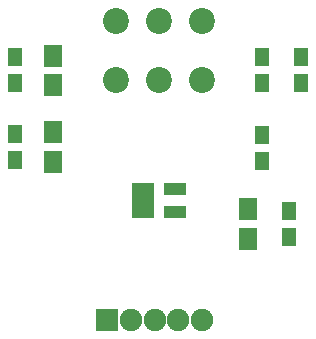
<source format=gts>
%TF.GenerationSoftware,KiCad,Pcbnew,4.0.4-1.fc24-product*%
%TF.CreationDate,2018-01-11T10:51:08+11:00*%
%TF.ProjectId,BT_STACK,42545F535441434B2E6B696361645F70,rev?*%
%TF.FileFunction,Soldermask,Top*%
%FSLAX46Y46*%
G04 Gerber Fmt 4.6, Leading zero omitted, Abs format (unit mm)*
G04 Created by KiCad (PCBNEW 4.0.4-1.fc24-product) date Thu Jan 11 10:51:08 2018*
%MOMM*%
%LPD*%
G01*
G04 APERTURE LIST*
%ADD10C,0.100000*%
%ADD11R,1.300000X1.600000*%
%ADD12C,2.200000*%
%ADD13R,1.960000X1.050000*%
%ADD14R,1.650000X1.900000*%
%ADD15R,1.900000X1.900000*%
%ADD16C,1.900000*%
G04 APERTURE END LIST*
D10*
D11*
X193700000Y-75100000D03*
X193700000Y-72900000D03*
D12*
X188650000Y-69800000D03*
X185000000Y-69800000D03*
X181350000Y-69800000D03*
X188650000Y-74800000D03*
X185000000Y-74800000D03*
X181350000Y-74800000D03*
D13*
X183650000Y-84050000D03*
X183650000Y-85000000D03*
X183650000Y-85950000D03*
X186350000Y-85950000D03*
X186350000Y-84050000D03*
D14*
X176000000Y-79250000D03*
X176000000Y-81750000D03*
X192500000Y-85750000D03*
X192500000Y-88250000D03*
X176000000Y-72750000D03*
X176000000Y-75250000D03*
D11*
X197000000Y-72900000D03*
X197000000Y-75100000D03*
X172800000Y-72900000D03*
X172800000Y-75100000D03*
X172800000Y-81600000D03*
X172800000Y-79400000D03*
X193700000Y-81700000D03*
X193700000Y-79500000D03*
X196000000Y-88100000D03*
X196000000Y-85900000D03*
D15*
X180600000Y-95100000D03*
D16*
X182600000Y-95100000D03*
X184600000Y-95100000D03*
X186600000Y-95100000D03*
X188600000Y-95100000D03*
M02*

</source>
